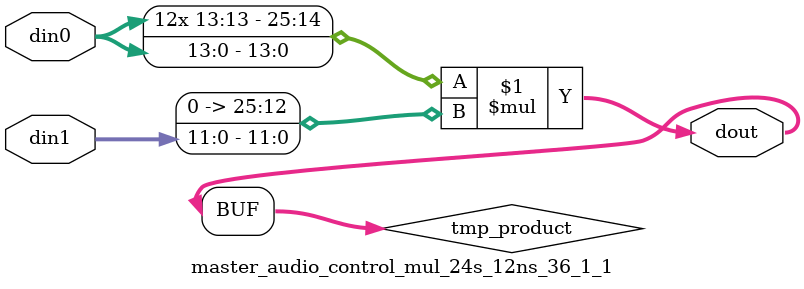
<source format=v>

`timescale 1 ns / 1 ps

 module master_audio_control_mul_24s_12ns_36_1_1(din0, din1, dout);
parameter ID = 1;
parameter NUM_STAGE = 0;
parameter din0_WIDTH = 14;
parameter din1_WIDTH = 12;
parameter dout_WIDTH = 26;

input [din0_WIDTH - 1 : 0] din0; 
input [din1_WIDTH - 1 : 0] din1; 
output [dout_WIDTH - 1 : 0] dout;

wire signed [dout_WIDTH - 1 : 0] tmp_product;


























assign tmp_product = $signed(din0) * $signed({1'b0, din1});









assign dout = tmp_product;





















endmodule

</source>
